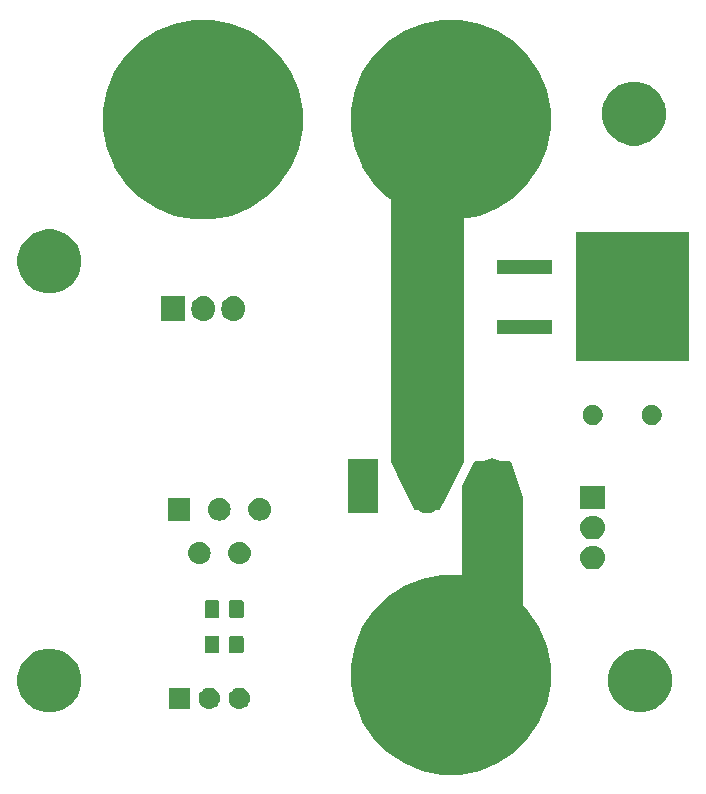
<source format=gbr>
G04 #@! TF.GenerationSoftware,KiCad,Pcbnew,(5.0.2)-1*
G04 #@! TF.CreationDate,2019-05-20T19:03:50+02:00*
G04 #@! TF.ProjectId,Carte commutation,43617274-6520-4636-9f6d-6d7574617469,rev?*
G04 #@! TF.SameCoordinates,Original*
G04 #@! TF.FileFunction,Soldermask,Top*
G04 #@! TF.FilePolarity,Negative*
%FSLAX46Y46*%
G04 Gerber Fmt 4.6, Leading zero omitted, Abs format (unit mm)*
G04 Created by KiCad (PCBNEW (5.0.2)-1) date 20/05/2019 19:03:50*
%MOMM*%
%LPD*%
G01*
G04 APERTURE LIST*
%ADD10C,0.150000*%
%ADD11C,0.100000*%
G04 APERTURE END LIST*
D10*
G36*
X52500000Y-61500000D02*
X54500000Y-57500000D01*
X54500000Y-34500000D01*
X48500000Y-34500000D01*
X48500000Y-57500000D01*
X50500000Y-61500000D01*
X52500000Y-61500000D01*
G37*
X52500000Y-61500000D02*
X54500000Y-57500000D01*
X54500000Y-34500000D01*
X48500000Y-34500000D01*
X48500000Y-57500000D01*
X50500000Y-61500000D01*
X52500000Y-61500000D01*
G36*
X55500000Y-57500000D02*
X58500000Y-57500000D01*
X59500000Y-60500000D01*
X59500000Y-70500000D01*
X54500000Y-70500000D01*
X54500000Y-59500000D01*
X55500000Y-57500000D01*
G37*
X55500000Y-57500000D02*
X58500000Y-57500000D01*
X59500000Y-60500000D01*
X59500000Y-70500000D01*
X54500000Y-70500000D01*
X54500000Y-59500000D01*
X55500000Y-57500000D01*
G36*
X50500000Y-61500000D02*
X52500000Y-61500000D01*
X53500000Y-59500000D01*
X53500000Y-33500000D01*
X49500000Y-33500000D01*
X49500000Y-59500000D01*
X50500000Y-61500000D01*
G37*
X50500000Y-61500000D02*
X52500000Y-61500000D01*
X53500000Y-59500000D01*
X53500000Y-33500000D01*
X49500000Y-33500000D01*
X49500000Y-59500000D01*
X50500000Y-61500000D01*
D11*
G36*
X55965065Y-67373766D02*
X57503048Y-68010820D01*
X57503050Y-68010821D01*
X58887199Y-68935679D01*
X60064321Y-70112801D01*
X60989179Y-71496950D01*
X60989180Y-71496952D01*
X61626234Y-73034935D01*
X61951000Y-74667648D01*
X61951000Y-76332352D01*
X61626234Y-77965065D01*
X61321399Y-78701000D01*
X60989179Y-79503050D01*
X60064321Y-80887199D01*
X58887199Y-82064321D01*
X57503050Y-82989179D01*
X57503049Y-82989180D01*
X57503048Y-82989180D01*
X55965065Y-83626234D01*
X54332352Y-83951000D01*
X52667648Y-83951000D01*
X51034935Y-83626234D01*
X49496952Y-82989180D01*
X49496951Y-82989180D01*
X49496950Y-82989179D01*
X48112801Y-82064321D01*
X46935679Y-80887199D01*
X46010821Y-79503050D01*
X45678601Y-78701000D01*
X45373766Y-77965065D01*
X45049000Y-76332352D01*
X45049000Y-74667648D01*
X45373766Y-73034935D01*
X46010820Y-71496952D01*
X46010821Y-71496950D01*
X46935679Y-70112801D01*
X48112801Y-68935679D01*
X49496950Y-68010821D01*
X49496952Y-68010820D01*
X51034935Y-67373766D01*
X52667648Y-67049000D01*
X54332352Y-67049000D01*
X55965065Y-67373766D01*
X55965065Y-67373766D01*
G37*
G36*
X70287850Y-73402797D02*
X70287852Y-73402798D01*
X70287853Y-73402798D01*
X70350958Y-73428937D01*
X70779404Y-73606405D01*
X71221790Y-73901998D01*
X71598002Y-74278210D01*
X71893595Y-74720596D01*
X72097203Y-75212150D01*
X72201000Y-75733973D01*
X72201000Y-76266027D01*
X72097203Y-76787850D01*
X71893595Y-77279404D01*
X71598002Y-77721790D01*
X71221790Y-78098002D01*
X70779404Y-78393595D01*
X70469430Y-78521990D01*
X70287853Y-78597202D01*
X70287852Y-78597202D01*
X70287850Y-78597203D01*
X69766027Y-78701000D01*
X69233973Y-78701000D01*
X68712150Y-78597203D01*
X68712148Y-78597202D01*
X68712147Y-78597202D01*
X68530570Y-78521990D01*
X68220596Y-78393595D01*
X67778210Y-78098002D01*
X67401998Y-77721790D01*
X67106405Y-77279404D01*
X66902797Y-76787850D01*
X66799000Y-76266027D01*
X66799000Y-75733973D01*
X66902797Y-75212150D01*
X67106405Y-74720596D01*
X67401998Y-74278210D01*
X67778210Y-73901998D01*
X68220596Y-73606405D01*
X68649042Y-73428937D01*
X68712147Y-73402798D01*
X68712148Y-73402798D01*
X68712150Y-73402797D01*
X69233973Y-73299000D01*
X69766027Y-73299000D01*
X70287850Y-73402797D01*
X70287850Y-73402797D01*
G37*
G36*
X20287850Y-73402797D02*
X20287852Y-73402798D01*
X20287853Y-73402798D01*
X20350958Y-73428937D01*
X20779404Y-73606405D01*
X21221790Y-73901998D01*
X21598002Y-74278210D01*
X21893595Y-74720596D01*
X22097203Y-75212150D01*
X22201000Y-75733973D01*
X22201000Y-76266027D01*
X22097203Y-76787850D01*
X21893595Y-77279404D01*
X21598002Y-77721790D01*
X21221790Y-78098002D01*
X20779404Y-78393595D01*
X20469430Y-78521990D01*
X20287853Y-78597202D01*
X20287852Y-78597202D01*
X20287850Y-78597203D01*
X19766027Y-78701000D01*
X19233973Y-78701000D01*
X18712150Y-78597203D01*
X18712148Y-78597202D01*
X18712147Y-78597202D01*
X18530570Y-78521990D01*
X18220596Y-78393595D01*
X17778210Y-78098002D01*
X17401998Y-77721790D01*
X17106405Y-77279404D01*
X16902797Y-76787850D01*
X16799000Y-76266027D01*
X16799000Y-75733973D01*
X16902797Y-75212150D01*
X17106405Y-74720596D01*
X17401998Y-74278210D01*
X17778210Y-73901998D01*
X18220596Y-73606405D01*
X18649042Y-73428937D01*
X18712147Y-73402798D01*
X18712148Y-73402798D01*
X18712150Y-73402797D01*
X19233973Y-73299000D01*
X19766027Y-73299000D01*
X20287850Y-73402797D01*
X20287850Y-73402797D01*
G37*
G36*
X33150442Y-76605518D02*
X33216627Y-76612037D01*
X33329853Y-76646384D01*
X33386467Y-76663557D01*
X33525087Y-76737652D01*
X33542991Y-76747222D01*
X33578729Y-76776552D01*
X33680186Y-76859814D01*
X33763448Y-76961271D01*
X33792778Y-76997009D01*
X33792779Y-76997011D01*
X33876443Y-77153533D01*
X33876443Y-77153534D01*
X33927963Y-77323373D01*
X33945359Y-77500000D01*
X33927963Y-77676627D01*
X33914264Y-77721787D01*
X33876443Y-77846467D01*
X33802348Y-77985087D01*
X33792778Y-78002991D01*
X33763448Y-78038729D01*
X33680186Y-78140186D01*
X33578729Y-78223448D01*
X33542991Y-78252778D01*
X33542989Y-78252779D01*
X33386467Y-78336443D01*
X33329853Y-78353616D01*
X33216627Y-78387963D01*
X33159443Y-78393595D01*
X33084260Y-78401000D01*
X32995740Y-78401000D01*
X32920557Y-78393595D01*
X32863373Y-78387963D01*
X32750147Y-78353616D01*
X32693533Y-78336443D01*
X32537011Y-78252779D01*
X32537009Y-78252778D01*
X32501271Y-78223448D01*
X32399814Y-78140186D01*
X32316552Y-78038729D01*
X32287222Y-78002991D01*
X32277652Y-77985087D01*
X32203557Y-77846467D01*
X32165736Y-77721787D01*
X32152037Y-77676627D01*
X32134641Y-77500000D01*
X32152037Y-77323373D01*
X32203557Y-77153534D01*
X32203557Y-77153533D01*
X32287221Y-76997011D01*
X32287222Y-76997009D01*
X32316552Y-76961271D01*
X32399814Y-76859814D01*
X32501271Y-76776552D01*
X32537009Y-76747222D01*
X32554913Y-76737652D01*
X32693533Y-76663557D01*
X32750147Y-76646384D01*
X32863373Y-76612037D01*
X32929558Y-76605518D01*
X32995740Y-76599000D01*
X33084260Y-76599000D01*
X33150442Y-76605518D01*
X33150442Y-76605518D01*
G37*
G36*
X31401000Y-78401000D02*
X29599000Y-78401000D01*
X29599000Y-76599000D01*
X31401000Y-76599000D01*
X31401000Y-78401000D01*
X31401000Y-78401000D01*
G37*
G36*
X35690442Y-76605518D02*
X35756627Y-76612037D01*
X35869853Y-76646384D01*
X35926467Y-76663557D01*
X36065087Y-76737652D01*
X36082991Y-76747222D01*
X36118729Y-76776552D01*
X36220186Y-76859814D01*
X36303448Y-76961271D01*
X36332778Y-76997009D01*
X36332779Y-76997011D01*
X36416443Y-77153533D01*
X36416443Y-77153534D01*
X36467963Y-77323373D01*
X36485359Y-77500000D01*
X36467963Y-77676627D01*
X36454264Y-77721787D01*
X36416443Y-77846467D01*
X36342348Y-77985087D01*
X36332778Y-78002991D01*
X36303448Y-78038729D01*
X36220186Y-78140186D01*
X36118729Y-78223448D01*
X36082991Y-78252778D01*
X36082989Y-78252779D01*
X35926467Y-78336443D01*
X35869853Y-78353616D01*
X35756627Y-78387963D01*
X35699443Y-78393595D01*
X35624260Y-78401000D01*
X35535740Y-78401000D01*
X35460557Y-78393595D01*
X35403373Y-78387963D01*
X35290147Y-78353616D01*
X35233533Y-78336443D01*
X35077011Y-78252779D01*
X35077009Y-78252778D01*
X35041271Y-78223448D01*
X34939814Y-78140186D01*
X34856552Y-78038729D01*
X34827222Y-78002991D01*
X34817652Y-77985087D01*
X34743557Y-77846467D01*
X34705736Y-77721787D01*
X34692037Y-77676627D01*
X34674641Y-77500000D01*
X34692037Y-77323373D01*
X34743557Y-77153534D01*
X34743557Y-77153533D01*
X34827221Y-76997011D01*
X34827222Y-76997009D01*
X34856552Y-76961271D01*
X34939814Y-76859814D01*
X35041271Y-76776552D01*
X35077009Y-76747222D01*
X35094913Y-76737652D01*
X35233533Y-76663557D01*
X35290147Y-76646384D01*
X35403373Y-76612037D01*
X35469558Y-76605518D01*
X35535740Y-76599000D01*
X35624260Y-76599000D01*
X35690442Y-76605518D01*
X35690442Y-76605518D01*
G37*
G36*
X35793893Y-72203575D02*
X35831580Y-72215008D01*
X35866319Y-72233576D01*
X35896764Y-72258562D01*
X35921750Y-72289007D01*
X35940318Y-72323746D01*
X35951751Y-72361433D01*
X35956216Y-72406771D01*
X35956216Y-73493449D01*
X35951751Y-73538787D01*
X35940318Y-73576474D01*
X35921750Y-73611213D01*
X35896764Y-73641658D01*
X35866319Y-73666644D01*
X35831580Y-73685212D01*
X35793893Y-73696645D01*
X35748555Y-73701110D01*
X34911877Y-73701110D01*
X34866539Y-73696645D01*
X34828852Y-73685212D01*
X34794113Y-73666644D01*
X34763668Y-73641658D01*
X34738682Y-73611213D01*
X34720114Y-73576474D01*
X34708681Y-73538787D01*
X34704216Y-73493449D01*
X34704216Y-72406771D01*
X34708681Y-72361433D01*
X34720114Y-72323746D01*
X34738682Y-72289007D01*
X34763668Y-72258562D01*
X34794113Y-72233576D01*
X34828852Y-72215008D01*
X34866539Y-72203575D01*
X34911877Y-72199110D01*
X35748555Y-72199110D01*
X35793893Y-72203575D01*
X35793893Y-72203575D01*
G37*
G36*
X33743893Y-72203575D02*
X33781580Y-72215008D01*
X33816319Y-72233576D01*
X33846764Y-72258562D01*
X33871750Y-72289007D01*
X33890318Y-72323746D01*
X33901751Y-72361433D01*
X33906216Y-72406771D01*
X33906216Y-73493449D01*
X33901751Y-73538787D01*
X33890318Y-73576474D01*
X33871750Y-73611213D01*
X33846764Y-73641658D01*
X33816319Y-73666644D01*
X33781580Y-73685212D01*
X33743893Y-73696645D01*
X33698555Y-73701110D01*
X32861877Y-73701110D01*
X32816539Y-73696645D01*
X32778852Y-73685212D01*
X32744113Y-73666644D01*
X32713668Y-73641658D01*
X32688682Y-73611213D01*
X32670114Y-73576474D01*
X32658681Y-73538787D01*
X32654216Y-73493449D01*
X32654216Y-72406771D01*
X32658681Y-72361433D01*
X32670114Y-72323746D01*
X32688682Y-72289007D01*
X32713668Y-72258562D01*
X32744113Y-72233576D01*
X32778852Y-72215008D01*
X32816539Y-72203575D01*
X32861877Y-72199110D01*
X33698555Y-72199110D01*
X33743893Y-72203575D01*
X33743893Y-72203575D01*
G37*
G36*
X33743893Y-69203575D02*
X33781580Y-69215008D01*
X33816319Y-69233576D01*
X33846764Y-69258562D01*
X33871750Y-69289007D01*
X33890318Y-69323746D01*
X33901751Y-69361433D01*
X33906216Y-69406771D01*
X33906216Y-70493449D01*
X33901751Y-70538787D01*
X33890318Y-70576474D01*
X33871750Y-70611213D01*
X33846764Y-70641658D01*
X33816319Y-70666644D01*
X33781580Y-70685212D01*
X33743893Y-70696645D01*
X33698555Y-70701110D01*
X32861877Y-70701110D01*
X32816539Y-70696645D01*
X32778852Y-70685212D01*
X32744113Y-70666644D01*
X32713668Y-70641658D01*
X32688682Y-70611213D01*
X32670114Y-70576474D01*
X32658681Y-70538787D01*
X32654216Y-70493449D01*
X32654216Y-69406771D01*
X32658681Y-69361433D01*
X32670114Y-69323746D01*
X32688682Y-69289007D01*
X32713668Y-69258562D01*
X32744113Y-69233576D01*
X32778852Y-69215008D01*
X32816539Y-69203575D01*
X32861877Y-69199110D01*
X33698555Y-69199110D01*
X33743893Y-69203575D01*
X33743893Y-69203575D01*
G37*
G36*
X35793893Y-69203575D02*
X35831580Y-69215008D01*
X35866319Y-69233576D01*
X35896764Y-69258562D01*
X35921750Y-69289007D01*
X35940318Y-69323746D01*
X35951751Y-69361433D01*
X35956216Y-69406771D01*
X35956216Y-70493449D01*
X35951751Y-70538787D01*
X35940318Y-70576474D01*
X35921750Y-70611213D01*
X35896764Y-70641658D01*
X35866319Y-70666644D01*
X35831580Y-70685212D01*
X35793893Y-70696645D01*
X35748555Y-70701110D01*
X34911877Y-70701110D01*
X34866539Y-70696645D01*
X34828852Y-70685212D01*
X34794113Y-70666644D01*
X34763668Y-70641658D01*
X34738682Y-70611213D01*
X34720114Y-70576474D01*
X34708681Y-70538787D01*
X34704216Y-70493449D01*
X34704216Y-69406771D01*
X34708681Y-69361433D01*
X34720114Y-69323746D01*
X34738682Y-69289007D01*
X34763668Y-69258562D01*
X34794113Y-69233576D01*
X34828852Y-69215008D01*
X34866539Y-69203575D01*
X34911877Y-69199110D01*
X35748555Y-69199110D01*
X35793893Y-69203575D01*
X35793893Y-69203575D01*
G37*
G36*
X65655764Y-64582308D02*
X65744220Y-64591020D01*
X65933381Y-64648401D01*
X66107712Y-64741583D01*
X66260515Y-64866985D01*
X66385917Y-65019788D01*
X66479099Y-65194119D01*
X66536480Y-65383280D01*
X66555855Y-65580000D01*
X66536480Y-65776720D01*
X66479099Y-65965881D01*
X66385917Y-66140212D01*
X66260515Y-66293015D01*
X66107712Y-66418417D01*
X65933381Y-66511599D01*
X65744220Y-66568980D01*
X65655764Y-66577692D01*
X65596796Y-66583500D01*
X65403204Y-66583500D01*
X65344236Y-66577692D01*
X65255780Y-66568980D01*
X65066619Y-66511599D01*
X64892288Y-66418417D01*
X64739485Y-66293015D01*
X64614083Y-66140212D01*
X64520901Y-65965881D01*
X64463520Y-65776720D01*
X64444145Y-65580000D01*
X64463520Y-65383280D01*
X64520901Y-65194119D01*
X64614083Y-65019788D01*
X64739485Y-64866985D01*
X64892288Y-64741583D01*
X65066619Y-64648401D01*
X65255780Y-64591020D01*
X65344236Y-64582308D01*
X65403204Y-64576500D01*
X65596796Y-64576500D01*
X65655764Y-64582308D01*
X65655764Y-64582308D01*
G37*
G36*
X35786425Y-64262760D02*
X35786428Y-64262761D01*
X35786429Y-64262761D01*
X35965693Y-64317140D01*
X35965695Y-64317141D01*
X36130905Y-64405448D01*
X36275712Y-64524288D01*
X36394552Y-64669095D01*
X36394553Y-64669097D01*
X36482860Y-64834307D01*
X36537239Y-65013571D01*
X36537240Y-65013575D01*
X36555601Y-65200000D01*
X36537240Y-65386425D01*
X36482859Y-65565695D01*
X36394552Y-65730905D01*
X36275712Y-65875712D01*
X36130905Y-65994552D01*
X36130903Y-65994553D01*
X35965693Y-66082860D01*
X35786429Y-66137239D01*
X35786428Y-66137239D01*
X35786425Y-66137240D01*
X35646718Y-66151000D01*
X35553282Y-66151000D01*
X35413575Y-66137240D01*
X35413572Y-66137239D01*
X35413571Y-66137239D01*
X35234307Y-66082860D01*
X35069097Y-65994553D01*
X35069095Y-65994552D01*
X34924288Y-65875712D01*
X34805448Y-65730905D01*
X34717141Y-65565695D01*
X34662760Y-65386425D01*
X34644399Y-65200000D01*
X34662760Y-65013575D01*
X34662761Y-65013571D01*
X34717140Y-64834307D01*
X34805447Y-64669097D01*
X34805448Y-64669095D01*
X34924288Y-64524288D01*
X35069095Y-64405448D01*
X35234305Y-64317141D01*
X35234307Y-64317140D01*
X35413571Y-64262761D01*
X35413572Y-64262761D01*
X35413575Y-64262760D01*
X35553282Y-64249000D01*
X35646718Y-64249000D01*
X35786425Y-64262760D01*
X35786425Y-64262760D01*
G37*
G36*
X32386425Y-64262760D02*
X32386428Y-64262761D01*
X32386429Y-64262761D01*
X32565693Y-64317140D01*
X32565695Y-64317141D01*
X32730905Y-64405448D01*
X32875712Y-64524288D01*
X32994552Y-64669095D01*
X32994553Y-64669097D01*
X33082860Y-64834307D01*
X33137239Y-65013571D01*
X33137240Y-65013575D01*
X33155601Y-65200000D01*
X33137240Y-65386425D01*
X33082859Y-65565695D01*
X32994552Y-65730905D01*
X32875712Y-65875712D01*
X32730905Y-65994552D01*
X32730903Y-65994553D01*
X32565693Y-66082860D01*
X32386429Y-66137239D01*
X32386428Y-66137239D01*
X32386425Y-66137240D01*
X32246718Y-66151000D01*
X32153282Y-66151000D01*
X32013575Y-66137240D01*
X32013572Y-66137239D01*
X32013571Y-66137239D01*
X31834307Y-66082860D01*
X31669097Y-65994553D01*
X31669095Y-65994552D01*
X31524288Y-65875712D01*
X31405448Y-65730905D01*
X31317141Y-65565695D01*
X31262760Y-65386425D01*
X31244399Y-65200000D01*
X31262760Y-65013575D01*
X31262761Y-65013571D01*
X31317140Y-64834307D01*
X31405447Y-64669097D01*
X31405448Y-64669095D01*
X31524288Y-64524288D01*
X31669095Y-64405448D01*
X31834305Y-64317141D01*
X31834307Y-64317140D01*
X32013571Y-64262761D01*
X32013572Y-64262761D01*
X32013575Y-64262760D01*
X32153282Y-64249000D01*
X32246718Y-64249000D01*
X32386425Y-64262760D01*
X32386425Y-64262760D01*
G37*
G36*
X65655764Y-62042308D02*
X65744220Y-62051020D01*
X65933381Y-62108401D01*
X66107712Y-62201583D01*
X66260515Y-62326985D01*
X66385917Y-62479788D01*
X66479099Y-62654119D01*
X66536480Y-62843280D01*
X66555855Y-63040000D01*
X66536480Y-63236720D01*
X66479099Y-63425881D01*
X66385917Y-63600212D01*
X66260515Y-63753015D01*
X66107712Y-63878417D01*
X65933381Y-63971599D01*
X65744220Y-64028980D01*
X65655764Y-64037692D01*
X65596796Y-64043500D01*
X65403204Y-64043500D01*
X65344236Y-64037692D01*
X65255780Y-64028980D01*
X65066619Y-63971599D01*
X64892288Y-63878417D01*
X64739485Y-63753015D01*
X64614083Y-63600212D01*
X64520901Y-63425881D01*
X64463520Y-63236720D01*
X64444145Y-63040000D01*
X64463520Y-62843280D01*
X64520901Y-62654119D01*
X64614083Y-62479788D01*
X64739485Y-62326985D01*
X64892288Y-62201583D01*
X65066619Y-62108401D01*
X65255780Y-62051020D01*
X65344236Y-62042308D01*
X65403204Y-62036500D01*
X65596796Y-62036500D01*
X65655764Y-62042308D01*
X65655764Y-62042308D01*
G37*
G36*
X34086425Y-60562760D02*
X34086428Y-60562761D01*
X34086429Y-60562761D01*
X34265693Y-60617140D01*
X34265695Y-60617141D01*
X34430905Y-60705448D01*
X34575712Y-60824288D01*
X34694552Y-60969095D01*
X34782859Y-61134305D01*
X34837240Y-61313575D01*
X34855601Y-61500000D01*
X34837240Y-61686425D01*
X34837239Y-61686428D01*
X34837239Y-61686429D01*
X34830762Y-61707782D01*
X34782859Y-61865695D01*
X34694552Y-62030905D01*
X34575712Y-62175712D01*
X34430905Y-62294552D01*
X34430903Y-62294553D01*
X34265693Y-62382860D01*
X34086429Y-62437239D01*
X34086428Y-62437239D01*
X34086425Y-62437240D01*
X33946718Y-62451000D01*
X33853282Y-62451000D01*
X33713575Y-62437240D01*
X33713572Y-62437239D01*
X33713571Y-62437239D01*
X33534307Y-62382860D01*
X33369097Y-62294553D01*
X33369095Y-62294552D01*
X33224288Y-62175712D01*
X33105448Y-62030905D01*
X33017141Y-61865695D01*
X32969239Y-61707782D01*
X32962761Y-61686429D01*
X32962761Y-61686428D01*
X32962760Y-61686425D01*
X32944399Y-61500000D01*
X32962760Y-61313575D01*
X33017141Y-61134305D01*
X33105448Y-60969095D01*
X33224288Y-60824288D01*
X33369095Y-60705448D01*
X33534305Y-60617141D01*
X33534307Y-60617140D01*
X33713571Y-60562761D01*
X33713572Y-60562761D01*
X33713575Y-60562760D01*
X33853282Y-60549000D01*
X33946718Y-60549000D01*
X34086425Y-60562760D01*
X34086425Y-60562760D01*
G37*
G36*
X31451000Y-62451000D02*
X29549000Y-62451000D01*
X29549000Y-60549000D01*
X31451000Y-60549000D01*
X31451000Y-62451000D01*
X31451000Y-62451000D01*
G37*
G36*
X37486425Y-60562760D02*
X37486428Y-60562761D01*
X37486429Y-60562761D01*
X37665693Y-60617140D01*
X37665695Y-60617141D01*
X37830905Y-60705448D01*
X37975712Y-60824288D01*
X38094552Y-60969095D01*
X38182859Y-61134305D01*
X38237240Y-61313575D01*
X38255601Y-61500000D01*
X38237240Y-61686425D01*
X38237239Y-61686428D01*
X38237239Y-61686429D01*
X38230762Y-61707782D01*
X38182859Y-61865695D01*
X38094552Y-62030905D01*
X37975712Y-62175712D01*
X37830905Y-62294552D01*
X37830903Y-62294553D01*
X37665693Y-62382860D01*
X37486429Y-62437239D01*
X37486428Y-62437239D01*
X37486425Y-62437240D01*
X37346718Y-62451000D01*
X37253282Y-62451000D01*
X37113575Y-62437240D01*
X37113572Y-62437239D01*
X37113571Y-62437239D01*
X36934307Y-62382860D01*
X36769097Y-62294553D01*
X36769095Y-62294552D01*
X36624288Y-62175712D01*
X36505448Y-62030905D01*
X36417141Y-61865695D01*
X36369239Y-61707782D01*
X36362761Y-61686429D01*
X36362761Y-61686428D01*
X36362760Y-61686425D01*
X36344399Y-61500000D01*
X36362760Y-61313575D01*
X36417141Y-61134305D01*
X36505448Y-60969095D01*
X36624288Y-60824288D01*
X36769095Y-60705448D01*
X36934305Y-60617141D01*
X36934307Y-60617140D01*
X37113571Y-60562761D01*
X37113572Y-60562761D01*
X37113575Y-60562760D01*
X37253282Y-60549000D01*
X37346718Y-60549000D01*
X37486425Y-60562760D01*
X37486425Y-60562760D01*
G37*
G36*
X51755039Y-57217825D02*
X52000279Y-57292218D01*
X52000281Y-57292219D01*
X52226295Y-57413026D01*
X52424396Y-57575603D01*
X52557821Y-57738182D01*
X52586975Y-57773706D01*
X52707782Y-57999720D01*
X52782175Y-58244960D01*
X52801000Y-58436095D01*
X52801000Y-60563905D01*
X52782175Y-60755040D01*
X52717241Y-60969097D01*
X52707781Y-61000282D01*
X52586974Y-61226296D01*
X52424397Y-61424397D01*
X52226296Y-61586974D01*
X52226294Y-61586975D01*
X52000280Y-61707782D01*
X51755040Y-61782175D01*
X51500000Y-61807294D01*
X51244961Y-61782175D01*
X50999721Y-61707782D01*
X50773707Y-61586975D01*
X50773705Y-61586974D01*
X50575604Y-61424397D01*
X50413027Y-61226296D01*
X50292220Y-61000282D01*
X50282760Y-60969097D01*
X50217826Y-60755040D01*
X50199001Y-60563905D01*
X50199000Y-58436096D01*
X50217825Y-58244961D01*
X50292218Y-57999721D01*
X50413025Y-57773707D01*
X50413026Y-57773705D01*
X50575603Y-57575604D01*
X50773705Y-57413026D01*
X50773704Y-57413026D01*
X50773706Y-57413025D01*
X50999720Y-57292218D01*
X51244960Y-57217825D01*
X51500000Y-57192706D01*
X51755039Y-57217825D01*
X51755039Y-57217825D01*
G37*
G36*
X57205039Y-57217825D02*
X57450279Y-57292218D01*
X57450281Y-57292219D01*
X57676295Y-57413026D01*
X57874396Y-57575603D01*
X58007821Y-57738182D01*
X58036975Y-57773706D01*
X58157782Y-57999720D01*
X58232175Y-58244960D01*
X58251000Y-58436095D01*
X58251000Y-60563905D01*
X58232175Y-60755040D01*
X58167241Y-60969097D01*
X58157781Y-61000282D01*
X58036974Y-61226296D01*
X57874397Y-61424397D01*
X57676296Y-61586974D01*
X57676294Y-61586975D01*
X57450280Y-61707782D01*
X57205040Y-61782175D01*
X56950000Y-61807294D01*
X56694961Y-61782175D01*
X56449721Y-61707782D01*
X56223707Y-61586975D01*
X56223705Y-61586974D01*
X56025604Y-61424397D01*
X55863027Y-61226296D01*
X55742220Y-61000282D01*
X55732760Y-60969097D01*
X55667826Y-60755040D01*
X55649001Y-60563905D01*
X55649000Y-58436096D01*
X55667825Y-58244961D01*
X55742218Y-57999721D01*
X55863025Y-57773707D01*
X55863026Y-57773705D01*
X56025603Y-57575604D01*
X56223705Y-57413026D01*
X56223704Y-57413026D01*
X56223706Y-57413025D01*
X56449720Y-57292218D01*
X56694960Y-57217825D01*
X56950000Y-57192706D01*
X57205039Y-57217825D01*
X57205039Y-57217825D01*
G37*
G36*
X47351000Y-61801000D02*
X44749000Y-61801000D01*
X44749000Y-57199000D01*
X47351000Y-57199000D01*
X47351000Y-61801000D01*
X47351000Y-61801000D01*
G37*
G36*
X66551000Y-61503500D02*
X64449000Y-61503500D01*
X64449000Y-59496500D01*
X66551000Y-59496500D01*
X66551000Y-61503500D01*
X66551000Y-61503500D01*
G37*
G36*
X70748228Y-52681703D02*
X70903100Y-52745853D01*
X71042481Y-52838985D01*
X71161015Y-52957519D01*
X71254147Y-53096900D01*
X71318297Y-53251772D01*
X71351000Y-53416184D01*
X71351000Y-53583816D01*
X71318297Y-53748228D01*
X71254147Y-53903100D01*
X71161015Y-54042481D01*
X71042481Y-54161015D01*
X70903100Y-54254147D01*
X70748228Y-54318297D01*
X70583816Y-54351000D01*
X70416184Y-54351000D01*
X70251772Y-54318297D01*
X70096900Y-54254147D01*
X69957519Y-54161015D01*
X69838985Y-54042481D01*
X69745853Y-53903100D01*
X69681703Y-53748228D01*
X69649000Y-53583816D01*
X69649000Y-53416184D01*
X69681703Y-53251772D01*
X69745853Y-53096900D01*
X69838985Y-52957519D01*
X69957519Y-52838985D01*
X70096900Y-52745853D01*
X70251772Y-52681703D01*
X70416184Y-52649000D01*
X70583816Y-52649000D01*
X70748228Y-52681703D01*
X70748228Y-52681703D01*
G37*
G36*
X65748228Y-52681703D02*
X65903100Y-52745853D01*
X66042481Y-52838985D01*
X66161015Y-52957519D01*
X66254147Y-53096900D01*
X66318297Y-53251772D01*
X66351000Y-53416184D01*
X66351000Y-53583816D01*
X66318297Y-53748228D01*
X66254147Y-53903100D01*
X66161015Y-54042481D01*
X66042481Y-54161015D01*
X65903100Y-54254147D01*
X65748228Y-54318297D01*
X65583816Y-54351000D01*
X65416184Y-54351000D01*
X65251772Y-54318297D01*
X65096900Y-54254147D01*
X64957519Y-54161015D01*
X64838985Y-54042481D01*
X64745853Y-53903100D01*
X64681703Y-53748228D01*
X64649000Y-53583816D01*
X64649000Y-53416184D01*
X64681703Y-53251772D01*
X64745853Y-53096900D01*
X64838985Y-52957519D01*
X64957519Y-52838985D01*
X65096900Y-52745853D01*
X65251772Y-52681703D01*
X65416184Y-52649000D01*
X65583816Y-52649000D01*
X65748228Y-52681703D01*
X65748228Y-52681703D01*
G37*
G36*
X73626000Y-48951000D02*
X64124000Y-48951000D01*
X64124000Y-38049000D01*
X73626000Y-38049000D01*
X73626000Y-48951000D01*
X73626000Y-48951000D01*
G37*
G36*
X62076000Y-46641000D02*
X57374000Y-46641000D01*
X57374000Y-45439000D01*
X62076000Y-45439000D01*
X62076000Y-46641000D01*
X62076000Y-46641000D01*
G37*
G36*
X32736719Y-43463520D02*
X32925880Y-43520901D01*
X33100212Y-43614083D01*
X33253015Y-43739485D01*
X33378417Y-43892288D01*
X33471599Y-44066619D01*
X33528980Y-44255780D01*
X33543500Y-44403206D01*
X33543500Y-44596793D01*
X33528980Y-44744219D01*
X33471599Y-44933380D01*
X33378417Y-45107712D01*
X33253015Y-45260515D01*
X33100212Y-45385917D01*
X32925881Y-45479099D01*
X32736720Y-45536480D01*
X32540000Y-45555855D01*
X32343281Y-45536480D01*
X32154120Y-45479099D01*
X31979788Y-45385917D01*
X31826985Y-45260515D01*
X31701583Y-45107712D01*
X31608401Y-44933381D01*
X31551020Y-44744220D01*
X31536500Y-44596794D01*
X31536500Y-44403207D01*
X31551020Y-44255781D01*
X31608401Y-44066620D01*
X31701583Y-43892288D01*
X31826985Y-43739485D01*
X31979788Y-43614083D01*
X32154119Y-43520901D01*
X32343280Y-43463520D01*
X32540000Y-43444145D01*
X32736719Y-43463520D01*
X32736719Y-43463520D01*
G37*
G36*
X35276719Y-43463520D02*
X35465880Y-43520901D01*
X35640212Y-43614083D01*
X35793015Y-43739485D01*
X35918417Y-43892288D01*
X36011599Y-44066619D01*
X36068980Y-44255780D01*
X36083500Y-44403206D01*
X36083500Y-44596793D01*
X36068980Y-44744219D01*
X36011599Y-44933380D01*
X35918417Y-45107712D01*
X35793015Y-45260515D01*
X35640212Y-45385917D01*
X35465881Y-45479099D01*
X35276720Y-45536480D01*
X35080000Y-45555855D01*
X34883281Y-45536480D01*
X34694120Y-45479099D01*
X34519788Y-45385917D01*
X34366985Y-45260515D01*
X34241583Y-45107712D01*
X34148401Y-44933381D01*
X34091020Y-44744220D01*
X34076500Y-44596794D01*
X34076500Y-44403207D01*
X34091020Y-44255781D01*
X34148401Y-44066620D01*
X34241583Y-43892288D01*
X34366985Y-43739485D01*
X34519788Y-43614083D01*
X34694119Y-43520901D01*
X34883280Y-43463520D01*
X35080000Y-43444145D01*
X35276719Y-43463520D01*
X35276719Y-43463520D01*
G37*
G36*
X31003500Y-45551000D02*
X28996500Y-45551000D01*
X28996500Y-43449000D01*
X31003500Y-43449000D01*
X31003500Y-45551000D01*
X31003500Y-45551000D01*
G37*
G36*
X20287850Y-37902797D02*
X20287852Y-37902798D01*
X20287853Y-37902798D01*
X20469430Y-37978010D01*
X20779404Y-38106405D01*
X21221790Y-38401998D01*
X21598002Y-38778210D01*
X21893595Y-39220596D01*
X22097203Y-39712150D01*
X22201000Y-40233973D01*
X22201000Y-40766027D01*
X22097203Y-41287850D01*
X21893595Y-41779404D01*
X21598002Y-42221790D01*
X21221790Y-42598002D01*
X20779404Y-42893595D01*
X20469430Y-43021990D01*
X20287853Y-43097202D01*
X20287852Y-43097202D01*
X20287850Y-43097203D01*
X19766027Y-43201000D01*
X19233973Y-43201000D01*
X18712150Y-43097203D01*
X18712148Y-43097202D01*
X18712147Y-43097202D01*
X18530570Y-43021990D01*
X18220596Y-42893595D01*
X17778210Y-42598002D01*
X17401998Y-42221790D01*
X17106405Y-41779404D01*
X16902797Y-41287850D01*
X16799000Y-40766027D01*
X16799000Y-40233973D01*
X16902797Y-39712150D01*
X17106405Y-39220596D01*
X17401998Y-38778210D01*
X17778210Y-38401998D01*
X18220596Y-38106405D01*
X18530570Y-37978010D01*
X18712147Y-37902798D01*
X18712148Y-37902798D01*
X18712150Y-37902797D01*
X19233973Y-37799000D01*
X19766027Y-37799000D01*
X20287850Y-37902797D01*
X20287850Y-37902797D01*
G37*
G36*
X62076000Y-41561000D02*
X57374000Y-41561000D01*
X57374000Y-40359000D01*
X62076000Y-40359000D01*
X62076000Y-41561000D01*
X62076000Y-41561000D01*
G37*
G36*
X55965065Y-20373766D02*
X57503048Y-21010820D01*
X57503050Y-21010821D01*
X58887199Y-21935679D01*
X60064321Y-23112801D01*
X60989179Y-24496950D01*
X60989180Y-24496952D01*
X61626234Y-26034935D01*
X61951000Y-27667648D01*
X61951000Y-29332352D01*
X61626234Y-30965065D01*
X61051012Y-32353773D01*
X60989179Y-32503050D01*
X60064321Y-33887199D01*
X58887199Y-35064321D01*
X57503050Y-35989179D01*
X57503049Y-35989180D01*
X57503048Y-35989180D01*
X55965065Y-36626234D01*
X54332352Y-36951000D01*
X52667648Y-36951000D01*
X51034935Y-36626234D01*
X49496952Y-35989180D01*
X49496951Y-35989180D01*
X49496950Y-35989179D01*
X48112801Y-35064321D01*
X46935679Y-33887199D01*
X46010821Y-32503050D01*
X45948988Y-32353773D01*
X45373766Y-30965065D01*
X45049000Y-29332352D01*
X45049000Y-27667648D01*
X45373766Y-26034935D01*
X46010820Y-24496952D01*
X46010821Y-24496950D01*
X46935679Y-23112801D01*
X48112801Y-21935679D01*
X49496950Y-21010821D01*
X49496952Y-21010820D01*
X51034935Y-20373766D01*
X52667648Y-20049000D01*
X54332352Y-20049000D01*
X55965065Y-20373766D01*
X55965065Y-20373766D01*
G37*
G36*
X34965065Y-20373766D02*
X36503048Y-21010820D01*
X36503050Y-21010821D01*
X37887199Y-21935679D01*
X39064321Y-23112801D01*
X39989179Y-24496950D01*
X39989180Y-24496952D01*
X40626234Y-26034935D01*
X40951000Y-27667648D01*
X40951000Y-29332352D01*
X40626234Y-30965065D01*
X40051012Y-32353773D01*
X39989179Y-32503050D01*
X39064321Y-33887199D01*
X37887199Y-35064321D01*
X36503050Y-35989179D01*
X36503049Y-35989180D01*
X36503048Y-35989180D01*
X34965065Y-36626234D01*
X33332352Y-36951000D01*
X31667648Y-36951000D01*
X30034935Y-36626234D01*
X28496952Y-35989180D01*
X28496951Y-35989180D01*
X28496950Y-35989179D01*
X27112801Y-35064321D01*
X25935679Y-33887199D01*
X25010821Y-32503050D01*
X24948988Y-32353773D01*
X24373766Y-30965065D01*
X24049000Y-29332352D01*
X24049000Y-27667648D01*
X24373766Y-26034935D01*
X25010820Y-24496952D01*
X25010821Y-24496950D01*
X25935679Y-23112801D01*
X27112801Y-21935679D01*
X28496950Y-21010821D01*
X28496952Y-21010820D01*
X30034935Y-20373766D01*
X31667648Y-20049000D01*
X33332352Y-20049000D01*
X34965065Y-20373766D01*
X34965065Y-20373766D01*
G37*
G36*
X69787850Y-25402797D02*
X69787852Y-25402798D01*
X69787853Y-25402798D01*
X69969430Y-25478010D01*
X70279404Y-25606405D01*
X70721790Y-25901998D01*
X71098002Y-26278210D01*
X71393595Y-26720596D01*
X71597203Y-27212150D01*
X71701000Y-27733973D01*
X71701000Y-28266027D01*
X71597203Y-28787850D01*
X71393595Y-29279404D01*
X71098002Y-29721790D01*
X70721790Y-30098002D01*
X70279404Y-30393595D01*
X69969430Y-30521990D01*
X69787853Y-30597202D01*
X69787852Y-30597202D01*
X69787850Y-30597203D01*
X69266027Y-30701000D01*
X68733973Y-30701000D01*
X68212150Y-30597203D01*
X68212148Y-30597202D01*
X68212147Y-30597202D01*
X68030570Y-30521990D01*
X67720596Y-30393595D01*
X67278210Y-30098002D01*
X66901998Y-29721790D01*
X66606405Y-29279404D01*
X66402797Y-28787850D01*
X66299000Y-28266027D01*
X66299000Y-27733973D01*
X66402797Y-27212150D01*
X66606405Y-26720596D01*
X66901998Y-26278210D01*
X67278210Y-25901998D01*
X67720596Y-25606405D01*
X68030570Y-25478010D01*
X68212147Y-25402798D01*
X68212148Y-25402798D01*
X68212150Y-25402797D01*
X68733973Y-25299000D01*
X69266027Y-25299000D01*
X69787850Y-25402797D01*
X69787850Y-25402797D01*
G37*
M02*

</source>
